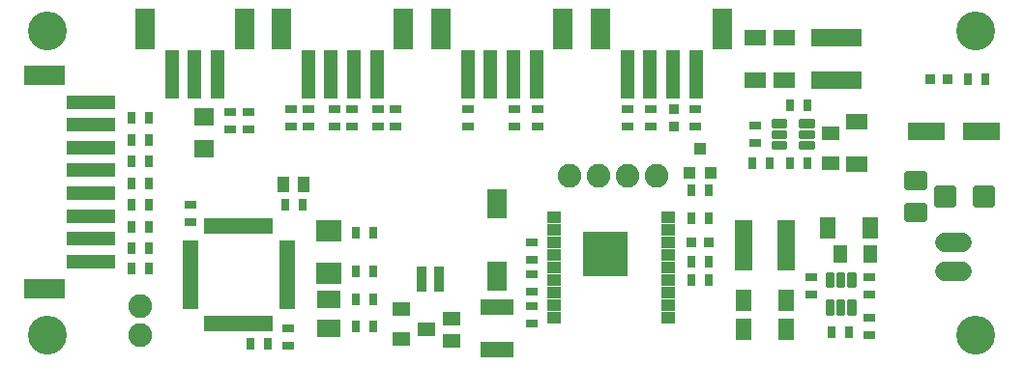
<source format=gts>
G04 EAGLE Gerber RS-274X export*
G75*
%MOMM*%
%FSLAX25Y25*%
%LPD*%
%AMOC8*
5,1,8,0,0,1.08239X$1,22.5*%
G01*
%ADD10C,3.403200*%
%ADD11R,1.403200X0.503200*%
%ADD12R,0.503200X1.403200*%
%ADD13R,1.203200X1.003200*%
%ADD14R,3.903200X3.903200*%
%ADD15R,1.100000X0.750000*%
%ADD16C,0.265053*%
%ADD17R,0.750000X1.100000*%
%ADD18R,1.300000X1.500000*%
%ADD19R,1.400000X1.900000*%
%ADD20R,1.603200X4.403200*%
%ADD21R,1.500000X1.300000*%
%ADD22R,1.900000X1.400000*%
%ADD23R,4.403200X1.603200*%
%ADD24R,4.203200X1.203200*%
%ADD25R,3.603200X1.703200*%
%ADD26R,1.203200X4.203200*%
%ADD27R,1.703200X3.603200*%
%ADD28R,0.853200X2.303200*%
%ADD29R,2.203200X1.903200*%
%ADD30R,2.003200X1.503200*%
%ADD31R,1.803200X1.603200*%
%ADD32R,1.003200X1.403200*%
%ADD33R,2.900000X1.400000*%
%ADD34R,1.603200X1.203200*%
%ADD35R,1.803200X2.503200*%
%ADD36C,2.082800*%
%ADD37R,1.003200X1.103200*%
%ADD38R,0.900000X0.900000*%
%ADD39C,1.727200*%
%ADD40R,3.203200X1.603200*%
%ADD41C,0.551925*%
%ADD42C,0.495959*%


D10*
X8382000Y2921000D03*
X8382000Y254000D03*
X254000Y2921000D03*
X254000Y254000D03*
D11*
X2355400Y512400D03*
X2355400Y562400D03*
X2355400Y612400D03*
X2355400Y662400D03*
X2355400Y712400D03*
X2355400Y762400D03*
X2355400Y812400D03*
X2355400Y862400D03*
X2355400Y912400D03*
X2355400Y962400D03*
X2355400Y1012400D03*
X2355400Y1062400D03*
D12*
X2205400Y1212400D03*
X2155400Y1212400D03*
X2105400Y1212400D03*
X2055400Y1212400D03*
X2005400Y1212400D03*
X1955400Y1212400D03*
X1905400Y1212400D03*
X1855400Y1212400D03*
X1805400Y1212400D03*
X1755400Y1212400D03*
X1705400Y1212400D03*
X1655400Y1212400D03*
D11*
X1505400Y1062400D03*
X1505400Y1012400D03*
X1505400Y962400D03*
X1505400Y912400D03*
X1505400Y862400D03*
X1505400Y812400D03*
X1505400Y762400D03*
X1505400Y712400D03*
X1505400Y662400D03*
X1505400Y612400D03*
X1505400Y562400D03*
X1505400Y512400D03*
D12*
X1655400Y362400D03*
X1705400Y362400D03*
X1755400Y362400D03*
X1805400Y362400D03*
X1855400Y362400D03*
X1905400Y362400D03*
X1955400Y362400D03*
X2005400Y362400D03*
X2055400Y362400D03*
X2105400Y362400D03*
X2155400Y362400D03*
X2205400Y362400D03*
D13*
X5689600Y1287000D03*
X5689600Y1177000D03*
X5689600Y1067000D03*
X5689600Y957000D03*
X5689600Y847000D03*
X5689600Y737000D03*
X5689600Y627000D03*
X5689600Y517000D03*
X5689600Y407000D03*
X4689600Y407000D03*
X4689600Y1287000D03*
X4689600Y1177000D03*
X4689600Y1067000D03*
X4689600Y957000D03*
X4689600Y847000D03*
X4689600Y737000D03*
X4689600Y627000D03*
X4689600Y517000D03*
D14*
X5139600Y972000D03*
D15*
X6946900Y763300D03*
X6946900Y608300D03*
X7454900Y608300D03*
X7454900Y763300D03*
D16*
X7132808Y799208D02*
X7132808Y685392D01*
X7078992Y685392D01*
X7078992Y799208D01*
X7132808Y799208D01*
X7132808Y710572D02*
X7078992Y710572D01*
X7078992Y735752D02*
X7132808Y735752D01*
X7132808Y760932D02*
X7078992Y760932D01*
X7078992Y786112D02*
X7132808Y786112D01*
X7322808Y559208D02*
X7322808Y445392D01*
X7268992Y445392D01*
X7268992Y559208D01*
X7322808Y559208D01*
X7322808Y470572D02*
X7268992Y470572D01*
X7268992Y495752D02*
X7322808Y495752D01*
X7322808Y520932D02*
X7268992Y520932D01*
X7268992Y546112D02*
X7322808Y546112D01*
X7132808Y559208D02*
X7132808Y445392D01*
X7078992Y445392D01*
X7078992Y559208D01*
X7132808Y559208D01*
X7132808Y470572D02*
X7078992Y470572D01*
X7078992Y495752D02*
X7132808Y495752D01*
X7132808Y520932D02*
X7078992Y520932D01*
X7078992Y546112D02*
X7132808Y546112D01*
X7227808Y559208D02*
X7227808Y445392D01*
X7173992Y445392D01*
X7173992Y559208D01*
X7227808Y559208D01*
X7227808Y470572D02*
X7173992Y470572D01*
X7173992Y495752D02*
X7227808Y495752D01*
X7227808Y520932D02*
X7173992Y520932D01*
X7173992Y546112D02*
X7227808Y546112D01*
X7322808Y685392D02*
X7322808Y799208D01*
X7322808Y685392D02*
X7268992Y685392D01*
X7268992Y799208D01*
X7322808Y799208D01*
X7322808Y710572D02*
X7268992Y710572D01*
X7268992Y735752D02*
X7322808Y735752D01*
X7322808Y760932D02*
X7268992Y760932D01*
X7268992Y786112D02*
X7322808Y786112D01*
X7227808Y799208D02*
X7227808Y685392D01*
X7173992Y685392D01*
X7173992Y799208D01*
X7227808Y799208D01*
X7227808Y710572D02*
X7173992Y710572D01*
X7173992Y735752D02*
X7227808Y735752D01*
X7227808Y760932D02*
X7173992Y760932D01*
X7173992Y786112D02*
X7227808Y786112D01*
D17*
X7123400Y279400D03*
X7278400Y279400D03*
D18*
X7457900Y965200D03*
X7197900Y965200D03*
D19*
X6725500Y304800D03*
X6355500Y304800D03*
X6725500Y558800D03*
X6355500Y558800D03*
D20*
X6725500Y1041400D03*
X6355500Y1041400D03*
D19*
X7462100Y1193800D03*
X7092100Y1193800D03*
D15*
X7454900Y407700D03*
X7454900Y252700D03*
D17*
X6910100Y2273300D03*
X6755100Y2273300D03*
X6755100Y1765300D03*
X6910100Y1765300D03*
D16*
X6958708Y2087392D02*
X6844892Y2087392D01*
X6844892Y2141208D01*
X6958708Y2141208D01*
X6958708Y2087392D01*
X6958708Y2112572D02*
X6844892Y2112572D01*
X6844892Y2137752D02*
X6958708Y2137752D01*
X6718708Y1897392D02*
X6604892Y1897392D01*
X6604892Y1951208D01*
X6718708Y1951208D01*
X6718708Y1897392D01*
X6718708Y1922572D02*
X6604892Y1922572D01*
X6604892Y1947752D02*
X6718708Y1947752D01*
X6718708Y2087392D02*
X6604892Y2087392D01*
X6604892Y2141208D01*
X6718708Y2141208D01*
X6718708Y2087392D01*
X6718708Y2112572D02*
X6604892Y2112572D01*
X6604892Y2137752D02*
X6718708Y2137752D01*
X6718708Y1992392D02*
X6604892Y1992392D01*
X6604892Y2046208D01*
X6718708Y2046208D01*
X6718708Y1992392D01*
X6718708Y2017572D02*
X6604892Y2017572D01*
X6604892Y2042752D02*
X6718708Y2042752D01*
X6844892Y1897392D02*
X6958708Y1897392D01*
X6844892Y1897392D02*
X6844892Y1951208D01*
X6958708Y1951208D01*
X6958708Y1897392D01*
X6958708Y1922572D02*
X6844892Y1922572D01*
X6844892Y1947752D02*
X6958708Y1947752D01*
X6958708Y1992392D02*
X6844892Y1992392D01*
X6844892Y2046208D01*
X6958708Y2046208D01*
X6958708Y1992392D01*
X6958708Y2017572D02*
X6844892Y2017572D01*
X6844892Y2042752D02*
X6958708Y2042752D01*
D15*
X6451600Y2096800D03*
X6451600Y1941800D03*
D21*
X7112000Y1762300D03*
X7112000Y2022300D03*
D22*
X6705600Y2494700D03*
X6705600Y2864700D03*
X6451600Y2494700D03*
X6451600Y2864700D03*
D23*
X7162800Y2494700D03*
X7162800Y2864700D03*
D22*
X7340600Y1758100D03*
X7340600Y2128100D03*
D17*
X6579900Y1765300D03*
X6424900Y1765300D03*
D24*
X635000Y2301200D03*
X635000Y2101200D03*
X635000Y1901200D03*
X635000Y1701200D03*
X635000Y1501200D03*
X635000Y1301200D03*
X635000Y1101200D03*
X635000Y901200D03*
D25*
X235000Y666200D03*
X235000Y2536200D03*
D26*
X5934000Y2540000D03*
X5734000Y2540000D03*
X5534000Y2540000D03*
X5334000Y2540000D03*
D27*
X5099000Y2940000D03*
X6169000Y2940000D03*
D26*
X3140000Y2540000D03*
X2940000Y2540000D03*
X2740000Y2540000D03*
X2540000Y2540000D03*
D27*
X2305000Y2940000D03*
X3375000Y2940000D03*
D26*
X4537000Y2540000D03*
X4337000Y2540000D03*
X4137000Y2540000D03*
X3937000Y2540000D03*
D27*
X3702000Y2940000D03*
X4772000Y2940000D03*
D17*
X1144300Y2159000D03*
X989300Y2159000D03*
X1144300Y1968500D03*
X989300Y1968500D03*
X1144300Y1778000D03*
X989300Y1778000D03*
X1144300Y1397000D03*
X989300Y1397000D03*
X1144300Y1206500D03*
X989300Y1206500D03*
X1144300Y1587500D03*
X989300Y1587500D03*
X1144300Y1016000D03*
X989300Y1016000D03*
X1144300Y838200D03*
X989300Y838200D03*
D15*
X1854200Y2211100D03*
X1854200Y2056100D03*
X2019300Y2056100D03*
X2019300Y2211100D03*
X5537200Y2081500D03*
X5537200Y2236500D03*
X3937000Y2081500D03*
X3937000Y2236500D03*
X4343400Y2081500D03*
X4343400Y2236500D03*
X4546600Y2081500D03*
X4546600Y2236500D03*
X5334000Y2081500D03*
X5334000Y2236500D03*
D28*
X3681800Y744600D03*
X3531800Y744600D03*
D29*
X2717800Y800100D03*
X2717800Y1170100D03*
D30*
X2717800Y317500D03*
X2717800Y567500D03*
D17*
X3112800Y812800D03*
X2957800Y812800D03*
X3112800Y1155700D03*
X2957800Y1155700D03*
X3112800Y330200D03*
X2957800Y330200D03*
X3112800Y571500D03*
X2957800Y571500D03*
D31*
X1625600Y1892000D03*
X1625600Y2172000D03*
D15*
X1511300Y1398300D03*
X1511300Y1243300D03*
D17*
X2030700Y177800D03*
X2185700Y177800D03*
X6046500Y736600D03*
X5891500Y736600D03*
X5891500Y1282700D03*
X6046500Y1282700D03*
D15*
X4495800Y633700D03*
X4495800Y788700D03*
X4495800Y1068100D03*
X4495800Y913100D03*
D32*
X2503000Y1574800D03*
X2323000Y1574800D03*
D17*
X2490500Y1397000D03*
X2335500Y1397000D03*
D33*
X4191000Y502500D03*
X4191000Y132500D03*
D15*
X4495800Y509300D03*
X4495800Y354300D03*
D34*
X3793000Y209800D03*
X3793000Y399800D03*
X3573000Y304800D03*
D21*
X3352800Y225600D03*
X3352800Y485600D03*
D15*
X2362200Y318800D03*
X2362200Y163800D03*
D35*
X4191000Y777200D03*
X4191000Y1407200D03*
D36*
X4826000Y1651000D03*
X5080000Y1651000D03*
X5334000Y1651000D03*
X5588000Y1651000D03*
X1066800Y508000D03*
X1066800Y254000D03*
D15*
X3302000Y2081500D03*
X3302000Y2236500D03*
X2921000Y2081500D03*
X2921000Y2236500D03*
X2540000Y2081500D03*
X2540000Y2236500D03*
X2387600Y2081500D03*
X2387600Y2236500D03*
X2768600Y2081500D03*
X2768600Y2236500D03*
X3149600Y2081500D03*
X3149600Y2236500D03*
D37*
X5874000Y1678000D03*
X6064000Y1678000D03*
X5969000Y1888000D03*
D17*
X6046500Y1524000D03*
X5891500Y1524000D03*
D38*
X6046500Y1066800D03*
X5891500Y1066800D03*
D17*
X6046500Y901700D03*
X5891500Y901700D03*
D39*
X8115300Y812800D02*
X8267700Y812800D01*
X8267700Y1066800D02*
X8115300Y1066800D01*
D40*
X7951500Y2044700D03*
X8431500Y2044700D03*
D41*
X8177964Y1540764D02*
X8177964Y1405636D01*
X8042836Y1405636D01*
X8042836Y1540764D01*
X8177964Y1540764D01*
X8177964Y1458069D02*
X8042836Y1458069D01*
X8042836Y1510502D02*
X8177964Y1510502D01*
X8517964Y1540764D02*
X8517964Y1405636D01*
X8382836Y1405636D01*
X8382836Y1540764D01*
X8517964Y1540764D01*
X8517964Y1458069D02*
X8382836Y1458069D01*
X8382836Y1510502D02*
X8517964Y1510502D01*
D42*
X7936662Y1555338D02*
X7785938Y1555338D01*
X7785938Y1671062D01*
X7936662Y1671062D01*
X7936662Y1555338D01*
X7936662Y1602454D02*
X7785938Y1602454D01*
X7785938Y1649570D02*
X7936662Y1649570D01*
X7936662Y1275338D02*
X7785938Y1275338D01*
X7785938Y1391062D01*
X7936662Y1391062D01*
X7936662Y1275338D01*
X7936662Y1322454D02*
X7785938Y1322454D01*
X7785938Y1369570D02*
X7936662Y1369570D01*
D38*
X7987000Y2501900D03*
X8142000Y2501900D03*
D17*
X8317200Y2501900D03*
X8472200Y2501900D03*
D38*
X5740400Y2236500D03*
X5740400Y2081500D03*
D15*
X5930900Y2236500D03*
X5930900Y2081500D03*
D26*
X1746200Y2540000D03*
X1546200Y2540000D03*
X1346200Y2540000D03*
D27*
X1111200Y2940000D03*
X1981200Y2940000D03*
M02*

</source>
